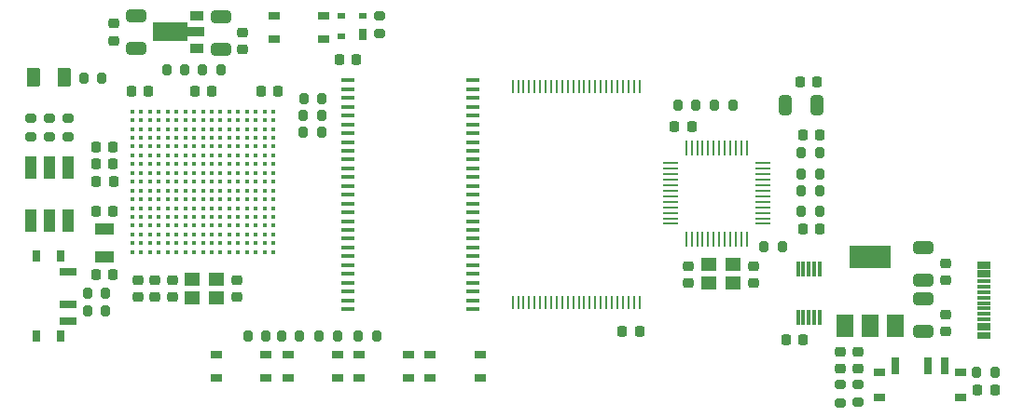
<source format=gbr>
%TF.GenerationSoftware,KiCad,Pcbnew,7.0.7*%
%TF.CreationDate,2024-03-25T22:36:03+08:00*%
%TF.ProjectId,eins2440,65696e73-3234-4343-902e-6b696361645f,rev?*%
%TF.SameCoordinates,Original*%
%TF.FileFunction,Paste,Top*%
%TF.FilePolarity,Positive*%
%FSLAX46Y46*%
G04 Gerber Fmt 4.6, Leading zero omitted, Abs format (unit mm)*
G04 Created by KiCad (PCBNEW 7.0.7) date 2024-03-25 22:36:03*
%MOMM*%
%LPD*%
G01*
G04 APERTURE LIST*
G04 Aperture macros list*
%AMRoundRect*
0 Rectangle with rounded corners*
0 $1 Rounding radius*
0 $2 $3 $4 $5 $6 $7 $8 $9 X,Y pos of 4 corners*
0 Add a 4 corners polygon primitive as box body*
4,1,4,$2,$3,$4,$5,$6,$7,$8,$9,$2,$3,0*
0 Add four circle primitives for the rounded corners*
1,1,$1+$1,$2,$3*
1,1,$1+$1,$4,$5*
1,1,$1+$1,$6,$7*
1,1,$1+$1,$8,$9*
0 Add four rect primitives between the rounded corners*
20,1,$1+$1,$2,$3,$4,$5,0*
20,1,$1+$1,$4,$5,$6,$7,0*
20,1,$1+$1,$6,$7,$8,$9,0*
20,1,$1+$1,$8,$9,$2,$3,0*%
%AMFreePoly0*
4,1,9,3.862500,-0.866500,0.737500,-0.866500,0.737500,-0.450000,-0.737500,-0.450000,-0.737500,0.450000,0.737500,0.450000,0.737500,0.866500,3.862500,0.866500,3.862500,-0.866500,3.862500,-0.866500,$1*%
G04 Aperture macros list end*
%ADD10R,1.100000X2.000000*%
%ADD11RoundRect,0.200000X-0.200000X-0.275000X0.200000X-0.275000X0.200000X0.275000X-0.200000X0.275000X0*%
%ADD12RoundRect,0.200000X0.200000X0.275000X-0.200000X0.275000X-0.200000X-0.275000X0.200000X-0.275000X0*%
%ADD13RoundRect,0.250000X-0.650000X0.325000X-0.650000X-0.325000X0.650000X-0.325000X0.650000X0.325000X0*%
%ADD14RoundRect,0.225000X0.225000X0.250000X-0.225000X0.250000X-0.225000X-0.250000X0.225000X-0.250000X0*%
%ADD15RoundRect,0.200000X0.275000X-0.200000X0.275000X0.200000X-0.275000X0.200000X-0.275000X-0.200000X0*%
%ADD16RoundRect,0.225000X-0.225000X-0.250000X0.225000X-0.250000X0.225000X0.250000X-0.225000X0.250000X0*%
%ADD17R,0.300000X1.400000*%
%ADD18R,0.700000X1.000000*%
%ADD19R,0.700000X0.600000*%
%ADD20R,1.000000X0.750000*%
%ADD21R,1.400000X1.200000*%
%ADD22RoundRect,0.225000X-0.250000X0.225000X-0.250000X-0.225000X0.250000X-0.225000X0.250000X0.225000X0*%
%ADD23RoundRect,0.225000X0.250000X-0.225000X0.250000X0.225000X-0.250000X0.225000X-0.250000X-0.225000X0*%
%ADD24RoundRect,0.250000X0.650000X-0.325000X0.650000X0.325000X-0.650000X0.325000X-0.650000X-0.325000X0*%
%ADD25R,1.500000X2.000000*%
%ADD26R,3.800000X2.000000*%
%ADD27R,1.309599X0.456400*%
%ADD28R,1.340599X0.279400*%
%ADD29R,0.279400X1.340599*%
%ADD30R,1.150000X0.300000*%
%ADD31R,1.800000X1.000000*%
%ADD32R,1.000000X0.800000*%
%ADD33R,0.700000X1.500000*%
%ADD34RoundRect,0.218750X-0.256250X0.218750X-0.256250X-0.218750X0.256250X-0.218750X0.256250X0.218750X0*%
%ADD35RoundRect,0.250000X0.325000X0.650000X-0.325000X0.650000X-0.325000X-0.650000X0.325000X-0.650000X0*%
%ADD36RoundRect,0.200000X-0.275000X0.200000X-0.275000X-0.200000X0.275000X-0.200000X0.275000X0.200000X0*%
%ADD37RoundRect,0.218750X-0.218750X-0.256250X0.218750X-0.256250X0.218750X0.256250X-0.218750X0.256250X0*%
%ADD38C,0.365760*%
%ADD39R,0.800000X1.000000*%
%ADD40R,1.500000X0.700000*%
%ADD41RoundRect,0.250000X0.375000X0.625000X-0.375000X0.625000X-0.375000X-0.625000X0.375000X-0.625000X0*%
%ADD42R,0.279400X1.200899*%
%ADD43R,1.300000X0.900000*%
%ADD44FreePoly0,180.000000*%
G04 APERTURE END LIST*
D10*
%TO.C,D2*%
X102880000Y-100200000D03*
X104580000Y-100200000D03*
X106280000Y-100200000D03*
X106280000Y-95400000D03*
X104580000Y-95400000D03*
X102880000Y-95400000D03*
%TD*%
D11*
%TO.C,R47*%
X122635000Y-110700000D03*
X124285000Y-110700000D03*
%TD*%
D12*
%TO.C,R36*%
X174535000Y-94020000D03*
X172885000Y-94020000D03*
%TD*%
D13*
%TO.C,C8*%
X112455000Y-81625000D03*
X112455000Y-84575000D03*
%TD*%
D14*
%TO.C,C11*%
X110396850Y-95106299D03*
X108846850Y-95106299D03*
%TD*%
D15*
%TO.C,R48*%
X102880000Y-92575000D03*
X102880000Y-90925000D03*
%TD*%
D16*
%TO.C,C5*%
X108826850Y-99346299D03*
X110376850Y-99346299D03*
%TD*%
D17*
%TO.C,U6*%
X174550000Y-104650000D03*
X174050000Y-104650000D03*
X173550000Y-104650000D03*
X173050000Y-104650000D03*
X172550000Y-104650000D03*
X172550000Y-109050000D03*
X173050000Y-109050000D03*
X173550000Y-109050000D03*
X174050000Y-109050000D03*
X174550000Y-109050000D03*
%TD*%
D16*
%TO.C,C31*%
X172975000Y-100990000D03*
X174525000Y-100990000D03*
%TD*%
D12*
%TO.C,R10*%
X129326850Y-89116299D03*
X127676850Y-89116299D03*
%TD*%
D18*
%TO.C,U8*%
X133080000Y-83300000D03*
D19*
X133080000Y-81600000D03*
X131080000Y-81600000D03*
X131080000Y-83500000D03*
%TD*%
D12*
%TO.C,R28*%
X190445000Y-114020000D03*
X188795000Y-114020000D03*
%TD*%
%TO.C,R31*%
X166635000Y-89720000D03*
X164985000Y-89720000D03*
%TD*%
D20*
%TO.C,S4*%
X130750000Y-112415000D03*
X126250000Y-112415000D03*
X130750000Y-114565000D03*
X126250000Y-114565000D03*
%TD*%
D12*
%TO.C,R6*%
X109705000Y-108450000D03*
X108055000Y-108450000D03*
%TD*%
D21*
%TO.C,Y1*%
X117591850Y-107276299D03*
X119791850Y-107276299D03*
X119791850Y-105576299D03*
X117591850Y-105576299D03*
%TD*%
D16*
%TO.C,C4*%
X108806850Y-105136299D03*
X110356850Y-105136299D03*
%TD*%
D14*
%TO.C,C21*%
X110396850Y-93546299D03*
X108846850Y-93546299D03*
%TD*%
%TO.C,C18*%
X113605000Y-88450000D03*
X112055000Y-88450000D03*
%TD*%
D22*
%TO.C,C3*%
X115781850Y-105631299D03*
X115781850Y-107181299D03*
%TD*%
D12*
%TO.C,R33*%
X174535000Y-97510000D03*
X172885000Y-97510000D03*
%TD*%
D16*
%TO.C,C16*%
X108856850Y-96666299D03*
X110406850Y-96666299D03*
%TD*%
D15*
%TO.C,R49*%
X104580000Y-92575000D03*
X104580000Y-90925000D03*
%TD*%
D23*
%TO.C,C19*%
X122155000Y-84650000D03*
X122155000Y-83100000D03*
%TD*%
D12*
%TO.C,R8*%
X129316850Y-92196299D03*
X127666850Y-92196299D03*
%TD*%
D20*
%TO.C,S5*%
X137220000Y-112405000D03*
X132720000Y-112405000D03*
X137220000Y-114555000D03*
X132720000Y-114555000D03*
%TD*%
D23*
%TO.C,C2*%
X121601850Y-107211299D03*
X121601850Y-105661299D03*
%TD*%
D24*
%TO.C,C28*%
X183970000Y-105645000D03*
X183970000Y-102695000D03*
%TD*%
D16*
%TO.C,C33*%
X156616850Y-110306299D03*
X158166850Y-110306299D03*
%TD*%
D23*
%TO.C,C6*%
X112630000Y-107175000D03*
X112630000Y-105625000D03*
%TD*%
D25*
%TO.C,U9*%
X176830000Y-109820000D03*
X179130000Y-109820000D03*
D26*
X179130000Y-103520000D03*
D25*
X181430000Y-109820000D03*
%TD*%
D15*
%TO.C,R23*%
X178020000Y-116785000D03*
X178020000Y-115135000D03*
%TD*%
D16*
%TO.C,C32*%
X172985000Y-92440000D03*
X174535000Y-92440000D03*
%TD*%
%TO.C,C36*%
X130925000Y-85600000D03*
X132475000Y-85600000D03*
%TD*%
D24*
%TO.C,C25*%
X183970000Y-110325000D03*
X183970000Y-107375000D03*
%TD*%
D12*
%TO.C,R9*%
X129316850Y-90636299D03*
X127666850Y-90636299D03*
%TD*%
D23*
%TO.C,C1*%
X114180000Y-107175000D03*
X114180000Y-105625000D03*
%TD*%
D14*
%TO.C,C27*%
X173045000Y-111030000D03*
X171495000Y-111030000D03*
%TD*%
D27*
%TO.C,U2*%
X143011050Y-108282599D03*
X143011050Y-107482499D03*
X143011050Y-106682399D03*
X143011050Y-105882299D03*
X143011050Y-105082199D03*
X143011050Y-104282099D03*
X143011050Y-103481999D03*
X143011050Y-102681899D03*
X143011050Y-101881799D03*
X143011050Y-101081699D03*
X143011050Y-100281599D03*
X143011050Y-99481499D03*
X143011050Y-98681399D03*
X143011050Y-97881299D03*
X143011050Y-97081199D03*
X143011050Y-96281099D03*
X143011050Y-95480999D03*
X143011050Y-94680899D03*
X143011050Y-93880799D03*
X143011050Y-93080699D03*
X143011050Y-92280599D03*
X143011050Y-91480499D03*
X143011050Y-90680399D03*
X143011050Y-89880299D03*
X143011050Y-89080199D03*
X143011050Y-88280099D03*
X143011050Y-87479999D03*
X131682650Y-87479999D03*
X131682650Y-88280099D03*
X131682650Y-89080199D03*
X131682650Y-89880299D03*
X131682650Y-90680399D03*
X131682650Y-91480499D03*
X131682650Y-92280599D03*
X131682650Y-93080699D03*
X131682650Y-93880799D03*
X131682650Y-94680899D03*
X131682650Y-95480999D03*
X131682650Y-96281099D03*
X131682650Y-97081199D03*
X131682650Y-97881299D03*
X131682650Y-98681399D03*
X131682650Y-99481499D03*
X131682650Y-100281599D03*
X131682650Y-101081699D03*
X131682650Y-101881799D03*
X131682650Y-102681899D03*
X131682650Y-103481999D03*
X131682650Y-104282099D03*
X131682650Y-105082199D03*
X131682650Y-105882299D03*
X131682650Y-106682399D03*
X131682650Y-107482499D03*
X131682650Y-108282599D03*
%TD*%
D28*
%TO.C,U10*%
X169334851Y-100523799D03*
X169334851Y-100023800D03*
X169334851Y-99523798D03*
X169334851Y-99023799D03*
X169334851Y-98523800D03*
X169334851Y-98023799D03*
X169334851Y-97523799D03*
X169334851Y-97023798D03*
X169334851Y-96523799D03*
X169334851Y-96023800D03*
X169334851Y-95523798D03*
X169334851Y-95023799D03*
D29*
X167909350Y-93598298D03*
X167409351Y-93598298D03*
X166909349Y-93598298D03*
X166409350Y-93598298D03*
X165909351Y-93598298D03*
X165409350Y-93598298D03*
X164909350Y-93598298D03*
X164409349Y-93598298D03*
X163909350Y-93598298D03*
X163409351Y-93598298D03*
X162909349Y-93598298D03*
X162409350Y-93598298D03*
D28*
X160983849Y-95023799D03*
X160983849Y-95523798D03*
X160983849Y-96023800D03*
X160983849Y-96523799D03*
X160983849Y-97023798D03*
X160983849Y-97523799D03*
X160983849Y-98023799D03*
X160983849Y-98523800D03*
X160983849Y-99023799D03*
X160983849Y-99523798D03*
X160983849Y-100023800D03*
X160983849Y-100523799D03*
D29*
X162409350Y-101949300D03*
X162909349Y-101949300D03*
X163409351Y-101949300D03*
X163909350Y-101949300D03*
X164409349Y-101949300D03*
X164909350Y-101949300D03*
X165409350Y-101949300D03*
X165909351Y-101949300D03*
X166409350Y-101949300D03*
X166909349Y-101949300D03*
X167409351Y-101949300D03*
X167909350Y-101949300D03*
%TD*%
D11*
%TO.C,R27*%
X129085000Y-110710000D03*
X130735000Y-110710000D03*
%TD*%
D14*
%TO.C,C40*%
X162906850Y-91686299D03*
X161356850Y-91686299D03*
%TD*%
D30*
%TO.C,J5*%
X189400000Y-110830000D03*
X189400000Y-110030000D03*
X189400000Y-108730000D03*
X189400000Y-107730000D03*
X189400000Y-107230000D03*
X189400000Y-106230000D03*
X189400000Y-104930000D03*
X189400000Y-104130000D03*
X189400000Y-104430000D03*
X189400000Y-105230000D03*
X189400000Y-105730000D03*
X189400000Y-106730000D03*
X189400000Y-108230000D03*
X189400000Y-109230000D03*
X189400000Y-109730000D03*
X189400000Y-110530000D03*
%TD*%
D16*
%TO.C,C38*%
X172765000Y-87660000D03*
X174315000Y-87660000D03*
%TD*%
D31*
%TO.C,Y2*%
X109581850Y-100996299D03*
X109581850Y-103496299D03*
%TD*%
D14*
%TO.C,C10*%
X125355000Y-88450000D03*
X123805000Y-88450000D03*
%TD*%
D11*
%TO.C,R15*%
X107735000Y-87260000D03*
X109385000Y-87260000D03*
%TD*%
%TO.C,R46*%
X125675000Y-110710000D03*
X127325000Y-110710000D03*
%TD*%
D12*
%TO.C,R34*%
X174535000Y-95970000D03*
X172885000Y-95970000D03*
%TD*%
D20*
%TO.C,S3*%
X124280000Y-112415000D03*
X119780000Y-112415000D03*
X124280000Y-114565000D03*
X119780000Y-114565000D03*
%TD*%
D32*
%TO.C,SW3*%
X179980000Y-114075000D03*
X179980000Y-116285000D03*
X187280000Y-114075000D03*
X187280000Y-116285000D03*
D33*
X181380000Y-113425000D03*
X184380000Y-113425000D03*
X185880000Y-113425000D03*
%TD*%
D34*
%TO.C,D5*%
X176400000Y-112142500D03*
X176400000Y-113717500D03*
%TD*%
%TO.C,D6*%
X178020000Y-112132500D03*
X178020000Y-113707500D03*
%TD*%
D11*
%TO.C,R29*%
X132655000Y-110700000D03*
X134305000Y-110700000D03*
%TD*%
D35*
%TO.C,C37*%
X174315000Y-89720000D03*
X171365000Y-89720000D03*
%TD*%
D14*
%TO.C,C9*%
X119355000Y-88450000D03*
X117805000Y-88450000D03*
%TD*%
D36*
%TO.C,R26*%
X134590000Y-81605000D03*
X134590000Y-83255000D03*
%TD*%
D20*
%TO.C,S1*%
X125005000Y-83750000D03*
X129505000Y-83750000D03*
X125005000Y-81600000D03*
X129505000Y-81600000D03*
%TD*%
D24*
%TO.C,C22*%
X120178150Y-84658701D03*
X120178150Y-81708701D03*
%TD*%
D12*
%TO.C,R39*%
X109705000Y-106850000D03*
X108055000Y-106850000D03*
%TD*%
D11*
%TO.C,R30*%
X169485000Y-102620000D03*
X171135000Y-102620000D03*
%TD*%
D12*
%TO.C,R35*%
X174535000Y-99410000D03*
X172885000Y-99410000D03*
%TD*%
D21*
%TO.C,Y3*%
X164469350Y-105946299D03*
X166669350Y-105946299D03*
X166669350Y-104246299D03*
X164469350Y-104246299D03*
%TD*%
D20*
%TO.C,S6*%
X143680000Y-112385000D03*
X139180000Y-112385000D03*
X143680000Y-114535000D03*
X139180000Y-114535000D03*
%TD*%
D15*
%TO.C,R22*%
X176400000Y-116795000D03*
X176400000Y-115145000D03*
%TD*%
D37*
%TO.C,D7*%
X188872500Y-115630000D03*
X190447500Y-115630000D03*
%TD*%
D11*
%TO.C,R32*%
X161645000Y-89720000D03*
X163295000Y-89720000D03*
%TD*%
D23*
%TO.C,C26*%
X185950000Y-110325000D03*
X185950000Y-108775000D03*
%TD*%
D22*
%TO.C,C30*%
X162610000Y-104381299D03*
X162610000Y-105931299D03*
%TD*%
D15*
%TO.C,R50*%
X106280000Y-92575000D03*
X106280000Y-90925000D03*
%TD*%
D38*
%TO.C,U1*%
X124931850Y-90296302D03*
X124931850Y-91096302D03*
X124931850Y-91896301D03*
X124931850Y-92696301D03*
X124931850Y-93496301D03*
X124931850Y-94296301D03*
X124931850Y-95096301D03*
X124931850Y-95896301D03*
X124931850Y-96696301D03*
X124931850Y-97496301D03*
X124931850Y-98296301D03*
X124931850Y-99096301D03*
X124931850Y-99896301D03*
X124931850Y-100696300D03*
X124931850Y-101496300D03*
X124931850Y-102296300D03*
X124931850Y-103096300D03*
X124131850Y-90296302D03*
X124131850Y-91096302D03*
X124131850Y-91896301D03*
X124131850Y-92696301D03*
X124131850Y-93496301D03*
X124131850Y-94296301D03*
X124131850Y-95096301D03*
X124131850Y-95896301D03*
X124131850Y-96696301D03*
X124131850Y-97496301D03*
X124131850Y-98296301D03*
X124131850Y-99096301D03*
X124131850Y-99896301D03*
X124131850Y-100696300D03*
X124131850Y-101496300D03*
X124131850Y-102296300D03*
X124131850Y-103096300D03*
X123331851Y-90296302D03*
X123331851Y-91096302D03*
X123331851Y-91896301D03*
X123331851Y-92696301D03*
X123331851Y-93496301D03*
X123331851Y-94296301D03*
X123331851Y-95096301D03*
X123331851Y-95896301D03*
X123331851Y-96696301D03*
X123331851Y-97496301D03*
X123331851Y-98296301D03*
X123331851Y-99096301D03*
X123331851Y-99896301D03*
X123331851Y-100696300D03*
X123331851Y-101496300D03*
X123331851Y-102296300D03*
X123331851Y-103096300D03*
X122531851Y-90296302D03*
X122531851Y-91096302D03*
X122531851Y-91896301D03*
X122531851Y-92696301D03*
X122531851Y-93496301D03*
X122531851Y-94296301D03*
X122531851Y-95096301D03*
X122531851Y-95896301D03*
X122531851Y-96696301D03*
X122531851Y-97496301D03*
X122531851Y-98296301D03*
X122531851Y-99096301D03*
X122531851Y-99896301D03*
X122531851Y-100696300D03*
X122531851Y-101496300D03*
X122531851Y-102296300D03*
X122531851Y-103096300D03*
X121731851Y-90296302D03*
X121731851Y-91096302D03*
X121731851Y-91896301D03*
X121731851Y-92696301D03*
X121731851Y-93496301D03*
X121731851Y-94296301D03*
X121731851Y-95096301D03*
X121731851Y-95896301D03*
X121731851Y-96696301D03*
X121731851Y-97496301D03*
X121731851Y-98296301D03*
X121731851Y-99096301D03*
X121731851Y-99896301D03*
X121731851Y-100696300D03*
X121731851Y-101496300D03*
X121731851Y-102296300D03*
X121731851Y-103096300D03*
X120931851Y-90296302D03*
X120931851Y-91096302D03*
X120931851Y-91896301D03*
X120931851Y-92696301D03*
X120931851Y-93496301D03*
X120931851Y-94296301D03*
X120931851Y-95096301D03*
X120931851Y-95896301D03*
X120931851Y-96696301D03*
X120931851Y-97496301D03*
X120931851Y-98296301D03*
X120931851Y-99096301D03*
X120931851Y-99896301D03*
X120931851Y-100696300D03*
X120931851Y-101496300D03*
X120931851Y-102296300D03*
X120931851Y-103096300D03*
X120131851Y-90296302D03*
X120131851Y-91096302D03*
X120131851Y-91896301D03*
X120131851Y-92696301D03*
X120131851Y-93496301D03*
X120131851Y-94296301D03*
X120131851Y-95096301D03*
X120131851Y-95896301D03*
X120131851Y-96696301D03*
X120131851Y-97496301D03*
X120131851Y-98296301D03*
X120131851Y-99096301D03*
X120131851Y-99896301D03*
X120131851Y-100696300D03*
X120131851Y-101496300D03*
X120131851Y-102296300D03*
X120131851Y-103096300D03*
X119331851Y-90296302D03*
X119331851Y-91096302D03*
X119331851Y-91896301D03*
X119331851Y-92696301D03*
X119331851Y-93496301D03*
X119331851Y-94296301D03*
X119331851Y-95096301D03*
X119331851Y-95896301D03*
X119331851Y-96696301D03*
X119331851Y-97496301D03*
X119331851Y-98296301D03*
X119331851Y-99096301D03*
X119331851Y-99896301D03*
X119331851Y-100696300D03*
X119331851Y-101496300D03*
X119331851Y-102296300D03*
X119331851Y-103096300D03*
X118531851Y-90296302D03*
X118531851Y-91096302D03*
X118531851Y-91896301D03*
X118531851Y-92696301D03*
X118531851Y-93496301D03*
X118531851Y-94296301D03*
X118531851Y-95096301D03*
X118531851Y-95896301D03*
X118531851Y-96696301D03*
X118531851Y-97496301D03*
X118531851Y-98296301D03*
X118531851Y-99096301D03*
X118531851Y-99896301D03*
X118531851Y-100696300D03*
X118531851Y-101496300D03*
X118531851Y-102296300D03*
X118531851Y-103096300D03*
X117731851Y-90296302D03*
X117731851Y-91096302D03*
X117731851Y-91896301D03*
X117731851Y-92696301D03*
X117731851Y-93496301D03*
X117731851Y-94296301D03*
X117731851Y-95096301D03*
X117731851Y-95896301D03*
X117731851Y-96696301D03*
X117731851Y-97496301D03*
X117731851Y-98296301D03*
X117731851Y-99096301D03*
X117731851Y-99896301D03*
X117731851Y-100696300D03*
X117731851Y-101496300D03*
X117731851Y-102296300D03*
X117731851Y-103096300D03*
X116931851Y-90296302D03*
X116931851Y-91096302D03*
X116931851Y-91896301D03*
X116931851Y-92696301D03*
X116931851Y-93496301D03*
X116931851Y-94296301D03*
X116931851Y-95096301D03*
X116931851Y-95896301D03*
X116931851Y-96696301D03*
X116931851Y-97496301D03*
X116931851Y-98296301D03*
X116931851Y-99096301D03*
X116931851Y-99896301D03*
X116931851Y-100696300D03*
X116931851Y-101496300D03*
X116931851Y-102296300D03*
X116931851Y-103096300D03*
X116131851Y-90296302D03*
X116131851Y-91096302D03*
X116131851Y-91896301D03*
X116131851Y-92696301D03*
X116131851Y-93496301D03*
X116131851Y-94296301D03*
X116131851Y-95096301D03*
X116131851Y-95896301D03*
X116131851Y-96696301D03*
X116131851Y-97496301D03*
X116131851Y-98296301D03*
X116131851Y-99096301D03*
X116131851Y-99896301D03*
X116131851Y-100696300D03*
X116131851Y-101496300D03*
X116131851Y-102296300D03*
X116131851Y-103096300D03*
X115331851Y-90296302D03*
X115331851Y-91096302D03*
X115331851Y-91896301D03*
X115331851Y-92696301D03*
X115331851Y-93496301D03*
X115331851Y-94296301D03*
X115331851Y-95096301D03*
X115331851Y-95896301D03*
X115331851Y-96696301D03*
X115331851Y-97496301D03*
X115331851Y-98296301D03*
X115331851Y-99096301D03*
X115331851Y-99896301D03*
X115331851Y-100696300D03*
X115331851Y-101496300D03*
X115331851Y-102296300D03*
X115331851Y-103096300D03*
X114531852Y-90296302D03*
X114531852Y-91096302D03*
X114531852Y-91896301D03*
X114531852Y-92696301D03*
X114531852Y-93496301D03*
X114531852Y-94296301D03*
X114531852Y-95096301D03*
X114531852Y-95896301D03*
X114531852Y-96696301D03*
X114531852Y-97496301D03*
X114531852Y-98296301D03*
X114531852Y-99096301D03*
X114531852Y-99896301D03*
X114531852Y-100696300D03*
X114531852Y-101496300D03*
X114531852Y-102296300D03*
X114531852Y-103096300D03*
X113731852Y-90296302D03*
X113731852Y-91096302D03*
X113731852Y-91896301D03*
X113731852Y-92696301D03*
X113731852Y-93496301D03*
X113731852Y-94296301D03*
X113731852Y-95096301D03*
X113731852Y-95896301D03*
X113731852Y-96696301D03*
X113731852Y-97496301D03*
X113731852Y-98296301D03*
X113731852Y-99096301D03*
X113731852Y-99896301D03*
X113731852Y-100696300D03*
X113731852Y-101496300D03*
X113731852Y-102296300D03*
X113731852Y-103096300D03*
X112931852Y-90296302D03*
X112931852Y-91096302D03*
X112931852Y-91896301D03*
X112931852Y-92696301D03*
X112931852Y-93496301D03*
X112931852Y-94296301D03*
X112931852Y-95096301D03*
X112931852Y-95896301D03*
X112931852Y-96696301D03*
X112931852Y-97496301D03*
X112931852Y-98296301D03*
X112931852Y-99096301D03*
X112931852Y-99896301D03*
X112931852Y-100696300D03*
X112931852Y-101496300D03*
X112931852Y-102296300D03*
X112931852Y-103096300D03*
X112131852Y-90296302D03*
X112131852Y-91096302D03*
X112131852Y-91896301D03*
X112131852Y-92696301D03*
X112131852Y-93496301D03*
X112131852Y-94296301D03*
X112131852Y-95096301D03*
X112131852Y-95896301D03*
X112131852Y-96696301D03*
X112131852Y-97496301D03*
X112131852Y-98296301D03*
X112131852Y-99096301D03*
X112131852Y-99896301D03*
X112131852Y-100696300D03*
X112131852Y-101496300D03*
X112131852Y-102296300D03*
X112131852Y-103096300D03*
%TD*%
D39*
%TO.C,SW2*%
X105610000Y-103450000D03*
X103400000Y-103450000D03*
X105610000Y-110750000D03*
X103400000Y-110750000D03*
D40*
X106260000Y-104850000D03*
X106260000Y-107850000D03*
X106260000Y-109350000D03*
%TD*%
D41*
%TO.C,D1*%
X105970000Y-87230000D03*
X103170000Y-87230000D03*
%TD*%
D42*
%TO.C,U5*%
X158156220Y-88030251D03*
X157655840Y-88030251D03*
X157155460Y-88030251D03*
X156655080Y-88030251D03*
X156154700Y-88030251D03*
X155654320Y-88030251D03*
X155153940Y-88030251D03*
X154653560Y-88030251D03*
X154153180Y-88030251D03*
X153652800Y-88030251D03*
X153152420Y-88030251D03*
X152652040Y-88030251D03*
X152151660Y-88030251D03*
X151651280Y-88030251D03*
X151150900Y-88030251D03*
X150650520Y-88030251D03*
X150150140Y-88030251D03*
X149649760Y-88030251D03*
X149149380Y-88030251D03*
X148649000Y-88030251D03*
X148148620Y-88030251D03*
X147648240Y-88030251D03*
X147147860Y-88030251D03*
X146647480Y-88030251D03*
X146647480Y-107722347D03*
X147147860Y-107722347D03*
X147648240Y-107722347D03*
X148148620Y-107722347D03*
X148649000Y-107722347D03*
X149149380Y-107722347D03*
X149649760Y-107722347D03*
X150150140Y-107722347D03*
X150650520Y-107722347D03*
X151150900Y-107722347D03*
X151651280Y-107722347D03*
X152151660Y-107722347D03*
X152652040Y-107722347D03*
X153152420Y-107722347D03*
X153652800Y-107722347D03*
X154153180Y-107722347D03*
X154653560Y-107722347D03*
X155153940Y-107722347D03*
X155654320Y-107722347D03*
X156154700Y-107722347D03*
X156655080Y-107722347D03*
X157155460Y-107722347D03*
X157655840Y-107722347D03*
X158156220Y-107722347D03*
%TD*%
D23*
%TO.C,C29*%
X168521850Y-105911299D03*
X168521850Y-104361299D03*
%TD*%
%TO.C,C7*%
X185950000Y-105645000D03*
X185950000Y-104095000D03*
%TD*%
D43*
%TO.C,U7*%
X117988150Y-84583701D03*
D44*
X117900650Y-83083701D03*
D43*
X117988150Y-81583701D03*
%TD*%
D22*
%TO.C,C12*%
X110405000Y-82325000D03*
X110405000Y-83875000D03*
%TD*%
D11*
%TO.C,R25*%
X115255000Y-86550000D03*
X116905000Y-86550000D03*
%TD*%
%TO.C,R24*%
X118530000Y-86550000D03*
X120180000Y-86550000D03*
%TD*%
M02*

</source>
